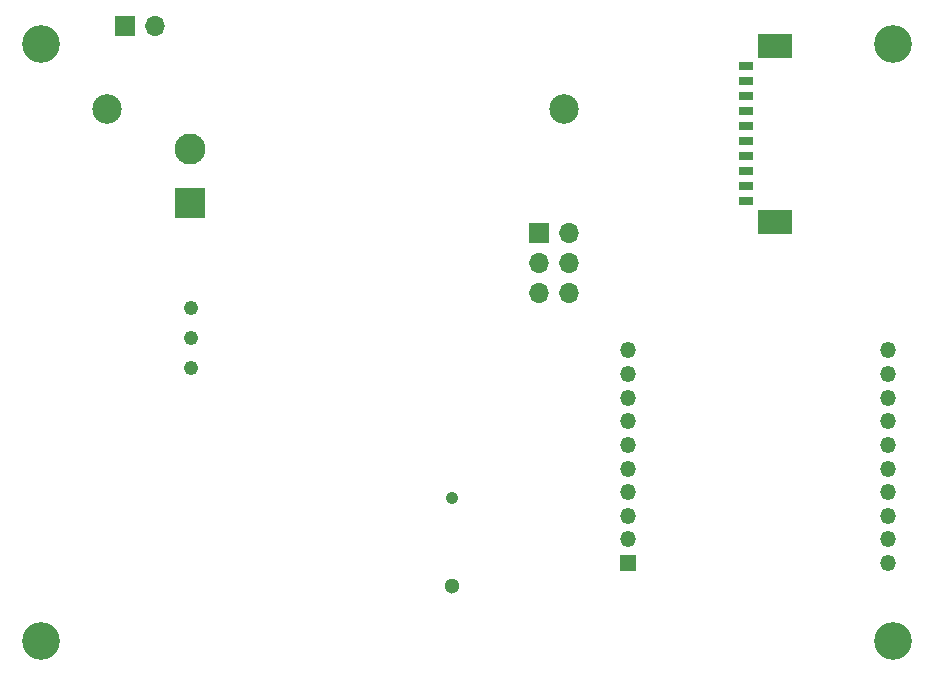
<source format=gbr>
%TF.GenerationSoftware,KiCad,Pcbnew,(6.0.7)*%
%TF.CreationDate,2022-09-05T17:33:02-05:00*%
%TF.ProjectId,tracker,74726163-6b65-4722-9e6b-696361645f70,1.0*%
%TF.SameCoordinates,Original*%
%TF.FileFunction,Soldermask,Bot*%
%TF.FilePolarity,Negative*%
%FSLAX46Y46*%
G04 Gerber Fmt 4.6, Leading zero omitted, Abs format (unit mm)*
G04 Created by KiCad (PCBNEW (6.0.7)) date 2022-09-05 17:33:02*
%MOMM*%
%LPD*%
G01*
G04 APERTURE LIST*
%ADD10C,1.050000*%
%ADD11C,1.300000*%
%ADD12C,3.200000*%
%ADD13R,3.000000X2.100000*%
%ADD14R,1.300000X0.800000*%
%ADD15R,1.700000X1.700000*%
%ADD16O,1.700000X1.700000*%
%ADD17R,2.625000X2.625000*%
%ADD18C,2.625000*%
%ADD19R,1.350000X1.350000*%
%ADD20O,1.350000X1.350000*%
%ADD21C,1.219200*%
%ADD22C,2.500000*%
G04 APERTURE END LIST*
D10*
%TO.C,BT1*%
X149860000Y-129371000D03*
D11*
X149860000Y-136821000D03*
%TD*%
D12*
%TO.C,H1*%
X115062000Y-141478000D03*
%TD*%
%TO.C,H2*%
X187198000Y-141478000D03*
%TD*%
%TO.C,H3*%
X187198000Y-90932000D03*
%TD*%
%TO.C,H4*%
X115062000Y-90932000D03*
%TD*%
D13*
%TO.C,J1*%
X177202000Y-105977000D03*
X177202000Y-91127000D03*
D14*
X174752000Y-104267000D03*
X174752000Y-102997000D03*
X174752000Y-101727000D03*
X174752000Y-100457000D03*
X174752000Y-99187000D03*
X174752000Y-97917000D03*
X174752000Y-96647000D03*
X174752000Y-95377000D03*
X174752000Y-94107000D03*
X174752000Y-92837000D03*
%TD*%
D15*
%TO.C,J2*%
X157226000Y-106934000D03*
D16*
X159766000Y-106934000D03*
X157226000Y-109474000D03*
X159766000Y-109474000D03*
X157226000Y-112014000D03*
X159766000Y-112014000D03*
%TD*%
%TO.C,J4*%
X124714000Y-89408000D03*
D15*
X122174000Y-89408000D03*
%TD*%
D17*
%TO.C,SW1*%
X127688000Y-104422000D03*
D18*
X127688000Y-99822000D03*
%TD*%
D19*
%TO.C,U1*%
X164768000Y-134874000D03*
D20*
X186768000Y-134874000D03*
X164768000Y-132874000D03*
X186768000Y-132874000D03*
X164768000Y-130874000D03*
X186768000Y-130874000D03*
X164768000Y-128874000D03*
X186768000Y-128874000D03*
X164768000Y-126874000D03*
X186768000Y-126874000D03*
X164768000Y-124874000D03*
X186768000Y-124874000D03*
X164768000Y-122874000D03*
X186768000Y-122874000D03*
X164768000Y-120874000D03*
X186768000Y-120874000D03*
X164768000Y-118874000D03*
X186768000Y-118874000D03*
X164768000Y-116874000D03*
X186768000Y-116874000D03*
%TD*%
D21*
%TO.C,U3*%
X127762000Y-118364000D03*
X127762000Y-115824000D03*
X127762000Y-113284000D03*
%TD*%
D22*
%TO.C,U4*%
X120604000Y-96474000D03*
X159304000Y-96474000D03*
%TD*%
M02*

</source>
